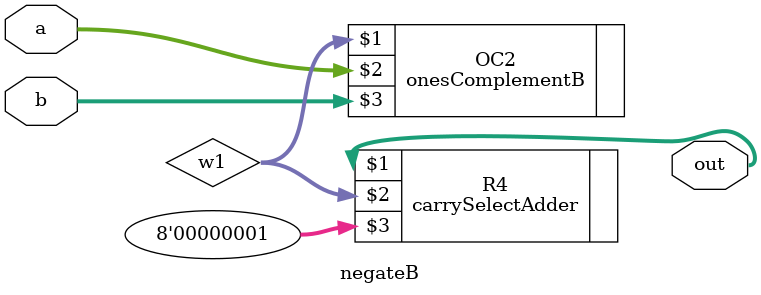
<source format=v>
`timescale 1ns / 1ps


module negateB(
    output [7:0] out,
    input [7:0] a,
    input [7:0] b
    );
    wire [7:0] w1;
    
    onesComplementB OC2(w1, a, b);
    carrySelectAdder R4(out, w1, 8'b1);
    

endmodule

</source>
